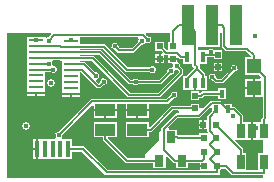
<source format=gbl>
G04 ================== begin FILE IDENTIFICATION RECORD ==================*
G04 Layout Name:  ETDS_PCB_AN_EXTENDED.brd*
G04 Film Name:    BOTTOM*
G04 File Format:  Gerber RS274X*
G04 File Origin:  Cadence Allegro 16.6-S034*
G04 Origin Date:  Mon Dec 15 16:35:35 2014*
G04 *
G04 Layer:  VIA CLASS/BOTTOM*
G04 Layer:  PIN/BOTTOM*
G04 Layer:  ETCH/BOTTOM*
G04 *
G04 Offset:    (0.00 0.00)*
G04 Mirror:    No*
G04 Mode:      Positive*
G04 Rotation:  0*
G04 FullContactRelief:  No*
G04 UndefLineWidth:     5.00*
G04 ================== end FILE IDENTIFICATION RECORD ====================*
%FSLAX25Y25*MOIN*%
%IR0*IPPOS*OFA0.00000B0.00000*MIA0B0*SFA1.00000B1.00000*%
%ADD10C,.015*%
%ADD18R,.03937X.138*%
%ADD12R,.05X.01*%
%ADD21R,.05X.05*%
%ADD14R,.0315X.04*%
%ADD17R,.016X.036*%
%ADD11R,.018X.054*%
%ADD15R,.019X.019*%
%ADD19R,.025X.049*%
%ADD16R,.019X.019*%
%ADD20R,.01574X.025*%
%ADD13R,.06693X.04134*%
%ADD22C,.005*%
%ADD23C,.008*%
%ADD24C,.02504*%
%ADD25R,.02904X.02904*%
G75*
%LPD*%
G75*
G36*
G01X750900Y1655500D02*
Y1703800D01*
X765472D01*
G02X765754Y1703117I0J-400D01*
G01X765080Y1702442D01*
X764989Y1702449D01*
G03X764126Y1702184I-89J-1249D01*
G02X763802Y1702341I-124J157D01*
G01Y1702368D01*
X761551D01*
G03X760049I-751J-1002D01*
G01X757798D01*
Y1682643D01*
X763802D01*
Y1690770D01*
X765499D01*
G03X766516Y1692773I1001J751D01*
G02X766129Y1693250I5J400D01*
G03X765988Y1694110I-1229J240D01*
G02X766335Y1694708I348J198D01*
G01X768639D01*
X768839Y1694508D01*
X769398D01*
Y1682443D01*
X775402D01*
Y1690570D01*
X775789D01*
X780990Y1685368D01*
X782231D01*
X783120Y1686258D01*
X783211Y1686251D01*
G03X782051Y1687411I89J1249D01*
G01X782058Y1687320D01*
X781610Y1686873D01*
X780835Y1687649D01*
G02X780993Y1688311I283J282D01*
G03X780511Y1690749I-392J1189D01*
G01X780420Y1690742D01*
X777121Y1694042D01*
X775402D01*
Y1694508D01*
X779280D01*
X791439Y1682348D01*
X801961D01*
X809732Y1690119D01*
Y1691681D01*
X808842Y1692570D01*
X808849Y1692661D01*
G03X807903Y1693965I-1249J89D01*
G01X807752Y1694003D01*
Y1695029D01*
G02X808434Y1695312I400J0D01*
G01X808848Y1694898D01*
X809858D01*
Y1693348D01*
X812816D01*
Y1692828D01*
X813466Y1692179D01*
Y1692123D01*
X810694Y1689352D01*
X809857D01*
Y1684748D01*
X817579D01*
Y1689352D01*
X817178D01*
Y1690213D01*
X815268Y1692123D01*
Y1692925D01*
X815187Y1693007D01*
G02X815328Y1693348I141J141D01*
G01X817578D01*
Y1695698D01*
X819948D01*
Y1694998D01*
X822852D01*
Y1697902D01*
X820203D01*
X820146Y1698005D01*
G03X817954I-1096J-605D01*
G01X817897Y1697901D01*
X817578D01*
Y1697952D01*
X814620D01*
Y1699102D01*
X816952D01*
Y1699098D01*
X821892D01*
Y1703800D01*
X822648D01*
Y1699177D01*
X824177Y1697648D01*
X830827D01*
X832548Y1695927D01*
Y1695602D01*
X830448D01*
Y1689598D01*
X835177D01*
X835691Y1689084D01*
G02X835408Y1688401I-283J-283D01*
G01X830448D01*
Y1682398D01*
X836250D01*
Y1675694D01*
X835678Y1675123D01*
Y1674052D01*
X829852D01*
Y1676332D01*
X827038Y1679146D01*
X826028D01*
Y1680146D01*
X823552D01*
X822552Y1681146D01*
X818956D01*
X816441Y1678631D01*
G02X815876I-282J283D01*
G03X815593Y1678748I-283J-283D01*
G01X815152D01*
Y1680102D01*
X812248D01*
Y1679448D01*
X810475D01*
X810428Y1679402D01*
X805839D01*
X798710Y1672272D01*
X798323D01*
Y1674090D01*
X790627D01*
Y1668952D01*
X798323D01*
Y1670770D01*
X799332D01*
X806461Y1677898D01*
X808119D01*
G02X808507Y1677400I0J-400D01*
G03X808494Y1677302I387J-101D01*
G02X808094Y1676902I-400J0D01*
G01X807408D01*
X802504Y1671997D01*
Y1671311D01*
G02X802104Y1670911I-400J0D01*
G03X801821Y1670794I0J-400D01*
G01X801698Y1670671D01*
Y1667952D01*
X797173Y1663427D01*
Y1661914D01*
X791248D01*
X784596Y1668565D01*
Y1668952D01*
X787693D01*
Y1674090D01*
X779997D01*
Y1668952D01*
X783094D01*
Y1667943D01*
X790626Y1660410D01*
X799764D01*
Y1658660D01*
X803916D01*
Y1662132D01*
G02X804599Y1662415I400J0D01*
G01X806604Y1660410D01*
X807244D01*
Y1658660D01*
X811396D01*
Y1660410D01*
X815348D01*
Y1658152D01*
X784612D01*
X776812Y1665952D01*
X772812D01*
Y1668252D01*
X769577D01*
G02X769268Y1668906I0J400D01*
G03X769549Y1669789I-968J794D01*
G01X769542Y1669880D01*
X779314Y1679651D01*
G02X779997Y1679369I283J-282D01*
G01Y1675448D01*
X787693D01*
Y1680148D01*
X790627D01*
Y1675448D01*
X798323D01*
Y1680148D01*
X804811D01*
X806520Y1681858D01*
X806611Y1681851D01*
G03X805451Y1683011I89J1249D01*
G01X805458Y1682920D01*
X804189Y1681652D01*
X779189D01*
X768480Y1670942D01*
X768389Y1670949D01*
G03X767332Y1668906I-89J-1249D01*
G02X767023Y1668252I-309J-254D01*
G01X759768D01*
Y1661848D01*
X772812D01*
Y1664148D01*
X776066D01*
X783866Y1656348D01*
X821902D01*
Y1657948D01*
X822452D01*
Y1658498D01*
X823777D01*
X826027Y1656248D01*
X836550D01*
Y1655500D01*
X750900D01*
G37*
G36*
G01X792061Y1683852D02*
X779902Y1696010D01*
X775402D01*
Y1696476D01*
X781811D01*
X791639Y1686648D01*
X792899D01*
G03X794901I1001J752D01*
G01X802404D01*
X805420Y1689665D01*
X805511Y1689658D01*
G03X806840Y1691083I89J1249D01*
G02X807324Y1691529I396J56D01*
G03X807689Y1691501I277J1221D01*
G01X807780Y1691508D01*
X808228Y1691059D01*
Y1690741D01*
X801339Y1683852D01*
X792061D01*
G37*
G36*
G01X792261Y1688152D02*
X782433Y1697980D01*
X775402D01*
Y1698446D01*
X783143D01*
X790840Y1690748D01*
X798499D01*
G03Y1692252I1001J752D01*
G01X791462D01*
X783765Y1699948D01*
X775402D01*
Y1702248D01*
X794647D01*
G02X794974Y1701619I0J-400D01*
G03X794751Y1700812I1026J-718D01*
G01X794758Y1700721D01*
X792709Y1698672D01*
X788690D01*
X788242Y1699120D01*
X788249Y1699211D01*
G03X787089Y1698051I-1249J89D01*
G01X787180Y1698058D01*
X788068Y1697170D01*
X793331D01*
X795820Y1699659D01*
X795911Y1699652D01*
G03X797076Y1700260I89J1249D01*
G02X797351Y1700329I172J-102D01*
G03X797911Y1702649I649J1071D01*
G01X797820Y1702642D01*
X797346Y1703117D01*
G02X797628Y1703800I282J283D01*
G01X805398D01*
Y1700752D01*
X804848D01*
Y1697952D01*
X804311D01*
X803352Y1698911D01*
Y1700752D01*
X800448D01*
Y1697848D01*
X802289D01*
X802903Y1697234D01*
G02X802620Y1696551I-283J-283D01*
G01X800448D01*
Y1693648D01*
X803352D01*
Y1696437D01*
X803598Y1696539D01*
X803689Y1696448D01*
X804848D01*
Y1693648D01*
X806025D01*
G02X806406Y1693128I0J-400D01*
G03X806360Y1692574I1194J-378D01*
G02X805876Y1692128I-396J-56D01*
G03X804351Y1690818I-276J-1221D01*
G01X804358Y1690727D01*
X801782Y1688152D01*
X794901D01*
G03X792899I-1001J-752D01*
G01X792261D01*
G37*
G36*
G01X808452Y1669552D02*
X808216Y1669788D01*
X807656D01*
Y1671538D01*
X805135D01*
G02X804852Y1672220I0J400D01*
G01X808030Y1675398D01*
X815334D01*
X818833Y1678897D01*
G02X819516Y1678614I283J-283D01*
G01Y1677705D01*
X817848Y1676038D01*
Y1674552D01*
X815048D01*
Y1671648D01*
X817848D01*
Y1670689D01*
X817944Y1670593D01*
G02X817803Y1670252I-141J-141D01*
G01X815148D01*
Y1669552D01*
X808452D01*
G37*
G36*
G01X830852Y1658052D02*
Y1663752D01*
X829852D01*
Y1665011D01*
X826924Y1667939D01*
X827089Y1668105D01*
X827120Y1668120D01*
G03X827132Y1668126I-173J360D01*
G01X827176Y1668148D01*
X836550D01*
Y1663752D01*
X834828D01*
Y1658052D01*
X830852D01*
G37*
%LPC*%
G75*
G36*
G01X820569Y1686968D02*
X819680Y1687858D01*
X819589Y1687851D01*
G02X820749Y1689011I-89J1249D01*
G01X820742Y1688920D01*
X821191Y1688472D01*
X822309D01*
X825558Y1691720D01*
X825551Y1691811D01*
G02X826711Y1690651I1249J89D01*
G01X826620Y1690658D01*
X822931Y1686968D01*
X820569D01*
G37*
G36*
G01X815152Y1682098D02*
Y1681398D01*
X812248D01*
Y1684302D01*
X815152D01*
Y1683602D01*
X815539D01*
X816201Y1684264D01*
X821484D01*
Y1685264D01*
X824060D01*
Y1681760D01*
X821484D01*
Y1682760D01*
X816823D01*
X816161Y1682098D01*
X815152D01*
G37*
G54D24*
X757400Y1672800D03*
X765750Y1687150D03*
G54D25*
X821400Y1692250D03*
%LPD*%
G75*
G54D10*
X752650Y1663550D03*
X752600Y1659550D03*
X752750Y1666950D03*
X752900Y1697800D03*
X753050Y1701950D03*
X757050Y1657300D03*
X761950Y1657200D03*
X766550D03*
X757400Y1672800D03*
X768300Y1669700D03*
X765750Y1687150D03*
X764900Y1693490D03*
X766500Y1691521D03*
X760800Y1701366D03*
X764900Y1701200D03*
X771550Y1657350D03*
X776300Y1657100D03*
X780600Y1689500D03*
X783300Y1687500D03*
X772350Y1701302D03*
X782300Y1701500D03*
X788900Y1665700D03*
X800000Y1685000D03*
X793900Y1687400D03*
X799500Y1691500D03*
X801550Y1702400D03*
X798000Y1701400D03*
X796000Y1700901D03*
X787000Y1699300D03*
X816450Y1675450D03*
X805600Y1690907D03*
X807600Y1692750D03*
X806700Y1683100D03*
X832000Y1662000D03*
X826350Y1676050D03*
X834000Y1672000D03*
X833900Y1679550D03*
X819050Y1697400D03*
X827400Y1694950D03*
X826800Y1691900D03*
X819500Y1689100D03*
X833850Y1702800D03*
G54D20*
X820804Y1678394D03*
X824740D03*
X822772Y1683512D03*
G54D11*
X761170Y1665050D03*
X763730D03*
X766290D03*
X768850D03*
X771410D03*
G54D21*
X833450Y1685400D03*
Y1692600D03*
G54D12*
X772400Y1683445D03*
Y1685414D03*
Y1687383D03*
Y1689352D03*
Y1691321D03*
Y1693290D03*
Y1695259D03*
Y1697228D03*
X760800Y1683645D03*
Y1685614D03*
Y1687583D03*
Y1689552D03*
Y1691521D03*
Y1693490D03*
Y1695459D03*
Y1697428D03*
X772400Y1699197D03*
Y1701166D03*
X760800Y1699397D03*
Y1701366D03*
G54D22*
G01X761170Y1661648D02*
Y1665050D01*
G01D02*
Y1668452D01*
G01X759568Y1665050D02*
X761170D01*
G01X806700Y1683100D02*
X804500Y1680900D01*
X779500D01*
X768300Y1669700D01*
G01X769198Y1683445D02*
X772400D01*
G01X760800Y1682443D02*
Y1683645D01*
G01X757598D02*
X760800D01*
G01D02*
X764002D01*
G01X760800Y1697428D02*
X768950D01*
X769150Y1697228D01*
X772400D01*
G01X760800Y1693490D02*
X764900D01*
G01X760800Y1695459D02*
X768950D01*
X769150Y1695259D01*
X772400D01*
G01X760800Y1691521D02*
X766500D01*
G01X798000Y1701400D02*
X796400Y1703000D01*
X766700D01*
X764900Y1701200D01*
G01X760800Y1699397D02*
X768950D01*
X769150Y1699197D01*
X772400D01*
G01X783845Y1671521D02*
Y1668254D01*
X790937Y1661162D01*
X801840D01*
G01X783845Y1675248D02*
Y1678017D01*
G01X779796D02*
X783845D01*
G01D02*
X787894D01*
G01X772400Y1682243D02*
Y1683445D01*
G01D02*
X775602D01*
G01X772400Y1697228D02*
X782122D01*
X791950Y1687400D01*
X793900D01*
G01X772400Y1695259D02*
X779591D01*
X791750Y1683100D01*
X801650D01*
X808980Y1690430D01*
Y1691370D01*
X807600Y1692750D01*
G01X780600Y1689500D02*
X776810Y1693290D01*
X772400D01*
G01Y1699197D02*
X783454D01*
X791151Y1691500D01*
X799500D01*
G01X783300Y1687500D02*
X781920Y1686120D01*
X781301D01*
X776100Y1691321D01*
X772400D01*
G01X772350Y1701302D02*
Y1701216D01*
X772400Y1701166D01*
G01X794475Y1675248D02*
Y1678017D01*
G01X790426D02*
X794475D01*
G01D02*
X798524D01*
G01X813700Y1678650D02*
X806150D01*
X799021Y1671521D01*
X794475D01*
G01X801900Y1693448D02*
Y1695100D01*
G01D02*
Y1696752D01*
G01X800248Y1695100D02*
X801900D01*
G01D02*
X803552D01*
G01X793900Y1687400D02*
X802093D01*
X805600Y1690907D01*
G01X796000Y1700901D02*
X793020Y1697921D01*
X788379D01*
X787000Y1699300D01*
G01X811159Y1695650D02*
X809159D01*
X807609Y1697200D01*
X804000D01*
X801900Y1699300D01*
G01X816800Y1659400D02*
X815000D01*
G01X809320Y1661162D02*
X816012D01*
X816700Y1661850D01*
Y1664000D01*
G01X809320Y1661162D02*
X806915D01*
X803255Y1664822D01*
Y1671686D01*
X807719Y1676150D01*
X815023D01*
X819267Y1680394D01*
X822241D01*
X824241Y1678394D01*
X824740D01*
G01X816500Y1671448D02*
Y1673100D01*
G01D02*
Y1674752D01*
G01X814848Y1673100D02*
X816500D01*
G01X816600Y1668800D02*
X808141D01*
X807905Y1669036D01*
X805580D01*
G01X816277Y1695650D02*
X817077Y1696450D01*
X819050D01*
G01X813650Y1684700D02*
Y1686982D01*
X813718Y1687050D01*
G01X804648Y1695100D02*
X806300D01*
G01D02*
X807952D01*
G01X813700Y1682850D02*
X815850D01*
X816512Y1683512D01*
X822772D01*
G01X821000Y1659400D02*
X818749Y1661651D01*
Y1661849D01*
X820900Y1664000D01*
G01D02*
X818649Y1666251D01*
Y1666649D01*
X820800Y1668800D01*
G01X820700Y1673100D02*
X829100Y1664700D01*
Y1660800D01*
G01X820800Y1668800D02*
X818600Y1671000D01*
Y1675727D01*
X820804Y1677931D01*
Y1678394D01*
G01X832840Y1667948D02*
Y1671100D01*
G01D02*
Y1674252D01*
G01X824740Y1678394D02*
X826727D01*
X829100Y1676021D01*
Y1671100D01*
G01X819050Y1696450D02*
Y1697400D01*
G01X821400Y1696450D02*
X819050D01*
G01X830248Y1685400D02*
X833450D01*
G01X821400Y1690598D02*
Y1692250D01*
G01D02*
Y1693902D01*
G01X819748Y1692250D02*
X821400D01*
G01D02*
X823052D01*
G01X819500Y1689100D02*
X820880Y1687720D01*
X822620D01*
X826800Y1691900D01*
G01X833450Y1682198D02*
Y1685400D01*
G01D02*
Y1688602D01*
G54D13*
X783845Y1678017D03*
Y1671521D03*
X794475Y1678017D03*
Y1671521D03*
G54D23*
G01X771410Y1665050D02*
X776439D01*
X784239Y1657250D01*
X821000D01*
Y1659400D01*
G01X814367Y1691750D02*
Y1692552D01*
X813718Y1693201D01*
Y1704330D01*
X811548Y1706500D01*
G01X816277Y1687050D02*
Y1689840D01*
X814367Y1691750D01*
G01X811159Y1687050D02*
Y1688542D01*
X814367Y1691750D01*
G01X811548Y1706500D02*
X808380D01*
X806300Y1704420D01*
Y1699300D01*
G01X836580Y1660800D02*
Y1657150D01*
X826400D01*
X824150Y1659400D01*
X821000D01*
G01X819422Y1706500D02*
X822590D01*
X823550Y1705540D01*
Y1699550D01*
X824550Y1698550D01*
X831200D01*
X833450Y1696300D01*
Y1692600D01*
G01D02*
X837151Y1688899D01*
Y1675321D01*
X836580Y1674750D01*
Y1671100D01*
G54D14*
X801840Y1661162D03*
X809320D03*
X805580Y1669036D03*
G54D15*
X801900Y1695100D03*
Y1699300D03*
X813700Y1682850D03*
Y1678650D03*
X806300Y1695100D03*
Y1699300D03*
X821400Y1692250D03*
Y1696450D03*
G54D16*
X816800Y1659400D03*
X816700Y1664000D03*
X816600Y1668800D03*
X816500Y1673100D03*
X821000Y1659400D03*
X820900Y1664000D03*
X820800Y1668800D03*
X820700Y1673100D03*
G54D17*
X816277Y1695650D03*
X811159D03*
Y1687050D03*
X813718D03*
X816277D03*
G54D18*
X819422Y1706500D03*
X811548D03*
X827296D03*
G54D19*
X829100Y1660800D03*
X832840Y1671100D03*
X829100D03*
X836580Y1660800D03*
Y1671100D03*
M02*

</source>
